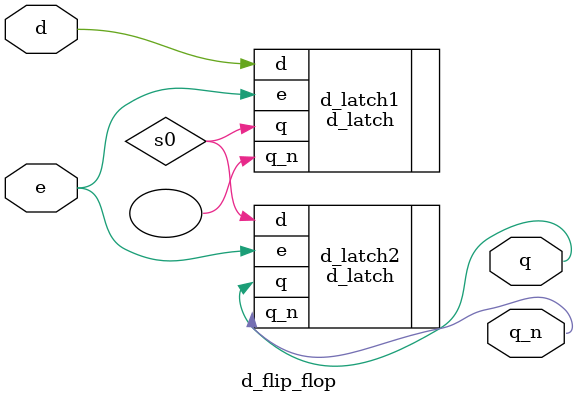
<source format=v>
module d_flip_flop
(
    input wire d,
    input wire e,
    output wire q,
    output wire q_n
);
wire s0;
d_latch d_latch1(.d(d), .e(e), .q(s0), .q_n());
d_latch d_latch2(.d(s0), .e(e), .q(q), .q_n(q_n));
endmodule
</source>
